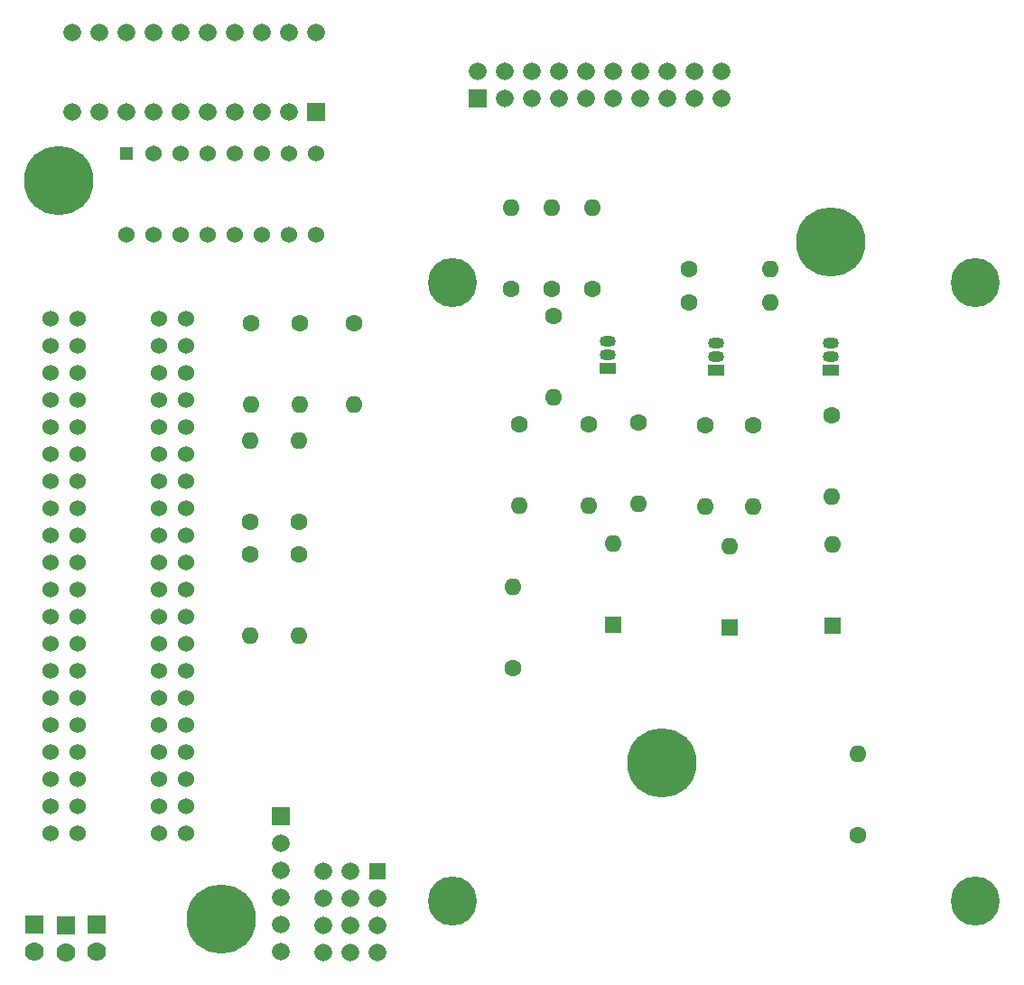
<source format=gts>
G04 #@! TF.GenerationSoftware,KiCad,Pcbnew,(5.1.10-1-10_14)*
G04 #@! TF.CreationDate,2022-06-09T22:45:46-07:00*
G04 #@! TF.ProjectId,Control_Boards,436f6e74-726f-46c5-9f42-6f617264732e,rev?*
G04 #@! TF.SameCoordinates,Original*
G04 #@! TF.FileFunction,Soldermask,Top*
G04 #@! TF.FilePolarity,Negative*
%FSLAX46Y46*%
G04 Gerber Fmt 4.6, Leading zero omitted, Abs format (unit mm)*
G04 Created by KiCad (PCBNEW (5.1.10-1-10_14)) date 2022-06-09 22:45:46*
%MOMM*%
%LPD*%
G01*
G04 APERTURE LIST*
%ADD10R,1.670000X1.670000*%
%ADD11C,1.670000*%
%ADD12O,1.600000X1.600000*%
%ADD13C,1.600000*%
%ADD14C,6.500000*%
%ADD15C,4.600000*%
%ADD16C,1.524000*%
%ADD17R,1.600000X1.600000*%
%ADD18R,1.300000X1.300000*%
%ADD19R,1.778000X1.778000*%
%ADD20C,1.778000*%
%ADD21R,1.524000X1.524000*%
%ADD22R,1.500000X1.050000*%
%ADD23O,1.500000X1.050000*%
G04 APERTURE END LIST*
D10*
X104140000Y-56388000D03*
D11*
X104140000Y-53848000D03*
X106680000Y-56388000D03*
X106680000Y-53848000D03*
X109220000Y-56388000D03*
X109220000Y-53848000D03*
X111760000Y-56388000D03*
X111760000Y-53848000D03*
X114300000Y-56388000D03*
X114300000Y-53848000D03*
X116840000Y-56388000D03*
X116840000Y-53848000D03*
X119380000Y-56388000D03*
X119380000Y-53848000D03*
X121920000Y-56388000D03*
X121920000Y-53848000D03*
X124460000Y-56388000D03*
X124460000Y-53848000D03*
X127000000Y-56388000D03*
X127000000Y-53848000D03*
D12*
X82804000Y-88455500D03*
D13*
X82804000Y-96075500D03*
D12*
X87376000Y-106743500D03*
D13*
X87376000Y-99123500D03*
D12*
X87376000Y-88455500D03*
D13*
X87376000Y-96075500D03*
D12*
X82804000Y-106743500D03*
D13*
X82804000Y-99123500D03*
D12*
X131572000Y-72326500D03*
D13*
X123952000Y-72326500D03*
D12*
X131572000Y-75501500D03*
D13*
X123952000Y-75501500D03*
D12*
X111252000Y-84391500D03*
D13*
X111252000Y-76771500D03*
D11*
X85725000Y-136398000D03*
X85725000Y-133858000D03*
X85725000Y-131318000D03*
X85725000Y-128778000D03*
X85725000Y-126238000D03*
D10*
X85725000Y-123698000D03*
D14*
X64897000Y-64071500D03*
X137287000Y-69786500D03*
X121412000Y-118681500D03*
X80137000Y-133286500D03*
D11*
X66167000Y-50158000D03*
X68707000Y-50158000D03*
X71247000Y-50158000D03*
X73787000Y-50158000D03*
X76327000Y-50158000D03*
X78867000Y-50158000D03*
X81407000Y-50158000D03*
X83947000Y-50158000D03*
X86487000Y-50158000D03*
X89027000Y-50158000D03*
X66167000Y-57658000D03*
X68707000Y-57658000D03*
X71247000Y-57658000D03*
X73787000Y-57658000D03*
X76327000Y-57658000D03*
X78867000Y-57658000D03*
X81407000Y-57658000D03*
X83947000Y-57658000D03*
X86487000Y-57658000D03*
D10*
X89027000Y-57658000D03*
D15*
X150805000Y-73628000D03*
X101805000Y-73628000D03*
X101805000Y-131628000D03*
X150805000Y-131628000D03*
D16*
X76835000Y-125247400D03*
X74295000Y-125247400D03*
X76835000Y-122707400D03*
X74295000Y-122707400D03*
X76835000Y-120167400D03*
X74295000Y-120167400D03*
X76835000Y-117627400D03*
X74295000Y-117627400D03*
X76835000Y-115087400D03*
X74295000Y-115087400D03*
X76835000Y-112547400D03*
X74295000Y-112547400D03*
X76835000Y-110007400D03*
X74295000Y-110007400D03*
X76835000Y-107467400D03*
X74295000Y-107467400D03*
X76835000Y-104927400D03*
X74295000Y-104927400D03*
X76835000Y-102387400D03*
X74295000Y-102387400D03*
X76835000Y-99847400D03*
X74295000Y-99847400D03*
X76835000Y-97307400D03*
X74295000Y-97307400D03*
X76835000Y-94767400D03*
X74295000Y-94767400D03*
X76835000Y-92227400D03*
X74295000Y-92227400D03*
X76835000Y-89687400D03*
X74295000Y-89687400D03*
X76835000Y-87147400D03*
X74295000Y-87147400D03*
X76835000Y-84607400D03*
X74295000Y-84607400D03*
X76835000Y-82067400D03*
X74295000Y-82067400D03*
X76835000Y-79527400D03*
X74295000Y-79527400D03*
X76835000Y-76987400D03*
X74295000Y-76987400D03*
X66675000Y-125247400D03*
X64135000Y-125247400D03*
X66675000Y-122707400D03*
X64135000Y-122707400D03*
X66675000Y-120167400D03*
X64135000Y-120167400D03*
X66675000Y-117627400D03*
X64135000Y-117627400D03*
X66675000Y-115087400D03*
X64135000Y-115087400D03*
X66675000Y-112547400D03*
X64135000Y-112547400D03*
X66675000Y-110007400D03*
X64135000Y-110007400D03*
X66675000Y-107467400D03*
X64135000Y-107467400D03*
X66675000Y-104927400D03*
X64135000Y-104927400D03*
X66675000Y-102387400D03*
X64135000Y-102387400D03*
X66675000Y-99847400D03*
X64135000Y-99847400D03*
X66675000Y-97307400D03*
X64135000Y-97307400D03*
X66675000Y-94767400D03*
X64135000Y-94767400D03*
X66675000Y-92227400D03*
X64135000Y-92227400D03*
X66675000Y-89687400D03*
X64135000Y-89687400D03*
X66675000Y-87147400D03*
X64135000Y-87147400D03*
X66675000Y-84607400D03*
X64135000Y-84607400D03*
X66675000Y-82067400D03*
X64135000Y-82067400D03*
X66675000Y-79527400D03*
X64135000Y-79527400D03*
X66675000Y-76987400D03*
X64135000Y-76987400D03*
D12*
X137414000Y-98193826D03*
D17*
X137414000Y-105813826D03*
D12*
X116864499Y-98112817D03*
D17*
X116864499Y-105732817D03*
D12*
X127762000Y-98361500D03*
D17*
X127762000Y-105981500D03*
D16*
X89027000Y-69151500D03*
X89027000Y-61531500D03*
X86487000Y-69151500D03*
X86487000Y-61531500D03*
X83947000Y-69151500D03*
X83947000Y-61531500D03*
X81407000Y-69151500D03*
X81407000Y-61531500D03*
X78867000Y-69151500D03*
X78867000Y-61531500D03*
X76327000Y-69151500D03*
X76327000Y-61531500D03*
X73787000Y-69151500D03*
X73787000Y-61531500D03*
X71247000Y-69151500D03*
D18*
X71247000Y-61531500D03*
D19*
X62611000Y-133858000D03*
D20*
X62611000Y-136398000D03*
D19*
X65534999Y-133875401D03*
D20*
X65534999Y-136415401D03*
D19*
X68453000Y-133858000D03*
D20*
X68453000Y-136398000D03*
D11*
X89662000Y-136461500D03*
X92202000Y-136461500D03*
X94742000Y-136461500D03*
X89662000Y-133921500D03*
X92202000Y-133921500D03*
X94742000Y-133921500D03*
X89662000Y-131381500D03*
X92202000Y-131381500D03*
X94742000Y-131381500D03*
X89662000Y-128841500D03*
D21*
X94742000Y-128841500D03*
D11*
X92202000Y-128841500D03*
D22*
X137287000Y-81851500D03*
D23*
X137287000Y-79311500D03*
X137287000Y-80581500D03*
D22*
X116331099Y-81679017D03*
D23*
X116331099Y-79139017D03*
X116331099Y-80409017D03*
D22*
X126539084Y-81851500D03*
D23*
X126539084Y-79311500D03*
X126539084Y-80581500D03*
D12*
X108077000Y-94551500D03*
D13*
X108077000Y-86931500D03*
D12*
X139827000Y-117856000D03*
D13*
X139827000Y-125476000D03*
D12*
X82931000Y-85090000D03*
D13*
X82931000Y-77470000D03*
D12*
X87503000Y-85090000D03*
D13*
X87503000Y-77470000D03*
D12*
X92583000Y-85090000D03*
D13*
X92583000Y-77470000D03*
D12*
X137312400Y-93672626D03*
D13*
X137312400Y-86052626D03*
D12*
X119226699Y-94353617D03*
D13*
X119226699Y-86733617D03*
D12*
X129968084Y-94591750D03*
D13*
X129968084Y-86971750D03*
D12*
X107315000Y-66611500D03*
D13*
X107315000Y-74231500D03*
D12*
X111125000Y-66611500D03*
D13*
X111125000Y-74231500D03*
D12*
X114935000Y-66611500D03*
D13*
X114935000Y-74231500D03*
D12*
X114578499Y-94506017D03*
D13*
X114578499Y-86886017D03*
D12*
X125472284Y-94617150D03*
D13*
X125472284Y-86997150D03*
D12*
X107442000Y-102171500D03*
D13*
X107442000Y-109791500D03*
M02*

</source>
